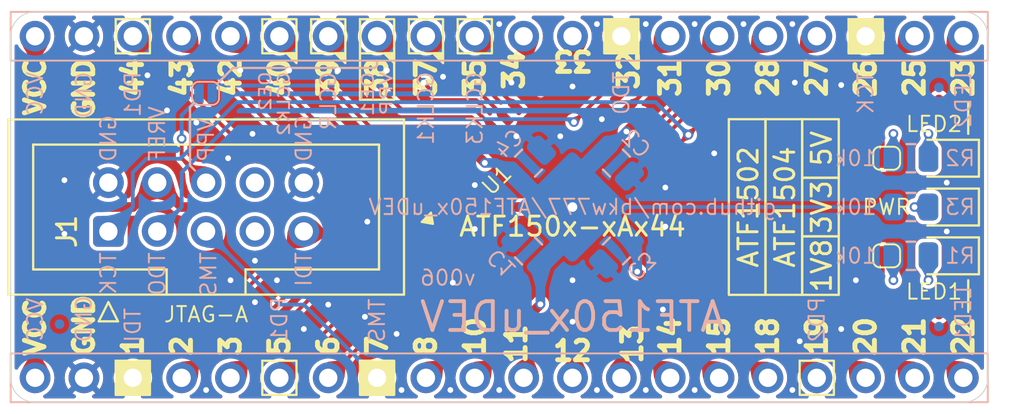
<source format=kicad_pcb>
(kicad_pcb (version 20240108) (generator "pcbnew") (generator_version "8.0")
  (title_block (title "ATF150x_uDEV") (date "2024-06-24") (rev "006") (company "Brian K. White") (comment 1 "CC-BY-SA") (comment 2 "github.com/bkw777/ATF150x_uDEV"))
  (layers (0 "F.Cu" signal) (31 "B.Cu" signal) (34 "B.Paste" user) (35 "F.Paste" user) (36 "B.SilkS" user "B.Silkscreen") (37 "F.SilkS" user "F.Silkscreen") (38 "B.Mask" user) (39 "F.Mask" user) (44 "Edge.Cuts" user))
  (net 0 "")
  (net 1 "GND")
  (net 2 "VCC")
  (net 3 "Net-(JP1-B)")
  (net 4 "Net-(JP2-B)")
  (net 5 "Net-(LED1-A)")
  (net 6 "Net-(LED2-A)")
  (net 7 "Net-(LED3-A)")
  (net 8 "/1{slash}TDI")
  (net 9 "/7{slash}TMS")
  (net 10 "/32{slash}TDO")
  (net 11 "/26{slash}TCK")
  (net 12 "/3")
  (net 13 "/13")
  (net 14 "/6")
  (net 15 "/12")
  (net 16 "/8")
  (net 17 "/15")
  (net 18 "/5{slash}PD1")
  (net 19 "/18")
  (net 20 "/14")
  (net 21 "/10")
  (net 22 "/19{slash}PD2")
  (net 23 "/20")
  (net 24 "/11")
  (net 25 "/2")
  (net 26 "/22{slash}LED1")
  (net 27 "/37{slash}GCLK1")
  (net 28 "/38{slash}OE1{slash}Vpp")
  (net 29 "/25")
  (net 30 "/23{slash}LED2")
  (net 31 "/44{slash}PD1")
  (net 32 "/39{slash}GCLR")
  (net 33 "/43")
  (net 34 "/28")
  (net 35 "/34")
  (net 36 "/33")
  (net 37 "/27")
  (net 38 "/31")
  (net 39 "/30")
  (net 40 "/35{slash}GCLK3")
  (net 41 "/40{slash}OE2{slash}GCLK2")
  (net 42 "/42")
  (net 43 "/21")
  (net 46 "Net-(J1-VPP)")
  (footprint "000_LOCAL:Fiducial_0.5_1.0" (layer "F.Cu") (at 163.83 94.73)
    (property "Reference" "REF**" (hide yes))
    (property "Value" "Fiducial_0.5_1.0" (hide yes))
  )
  (footprint "000_LOCAL:IDC-Header_2x05_P2.54mm_Vertical" (layer "F.Cu") (at 120.650003 101.599999 90)
    (property "Reference" "J1")
    (property "Value" "Altera JTAG-A+VPP")
  )
  (footprint "000_LOCAL:Fiducial_0.5_1.0" (layer "F.Cu") (at 122.555 106.045)
    (property "Reference" "REF**" (hide yes))
    (property "Value" "Fiducial_0.5_1.0" (hide yes))
  )
  (footprint "000_LOCAL:Fiducial_0.5_1.0" (layer "F.Cu") (at 163.83 105.93)
    (property "Reference" "REF**" (hide yes))
    (property "Value" "Fiducial_0.5_1.0" (hide yes))
  )
  (footprint "000_LOCAL:LED_0805" (layer "F.Cu") (at 164.225002 97.789999 180)
    (property "Reference" "LED2" (hide yes))
    (property "Value" "GRN" (hide yes))
  )
  (footprint "000_LOCAL:LED_0805" (layer "F.Cu") (at 164.225001 100.329999 180)
    (property "Reference" "LED3" (hide yes))
    (property "Value" "POWER" (hide yes))
  )
  (footprint "000_LOCAL:VQFP44" (layer "F.Cu") (at 144.780003 100.329999 45)
    (property "Reference" "U1")
    (property "Value" "ATF150x-xAx44")
  )
  (footprint "000_LOCAL:SolderJumper_1mm_2p_open" (layer "F.Cu") (at 161.112501 102.869999)
    (property "Reference" "JP1" (hide yes))
    (property "Value" "DNP")
  )
  (footprint "000_LOCAL:SolderJumper_1mm_2p_open" (layer "F.Cu") (at 161.112499 97.789999)
    (property "Reference" "JP2" (hide yes))
    (property "Value" "DNP")
  )
  (footprint "000_LOCAL:LED_0805" (layer "F.Cu") (at 164.225001 102.869999 180)
    (property "Reference" "LED1" (hide yes))
    (property "Value" "GRN" (hide yes))
  )
  (footprint "000_LOCAL:PinHeader_1x20_P2.54mm_Vertical" (layer "B.Cu") (at 116.840003 91.439999 -90)
    (property "Reference" "J3" (hide yes))
    (property "Value" "VERT")
  )
  (footprint "000_LOCAL:Fiducial_0.5_1.0" (layer "B.Cu") (at 163.83 106.553)
    (property "Reference" "REF**" (hide yes))
    (property "Value" "Fiducial_0.5_1.0" (hide yes))
  )
  (footprint "000_LOCAL:C_0805" (layer "B.Cu") (at 147.066003 98.043999 -45)
    (property "Reference" "C2")
    (property "Value" "1u" (hide yes))
  )
  (footprint "000_LOCAL:C_0805" (layer "B.Cu") (at 147.066003 102.615999 -135)
    (property "Reference" "C3")
    (property "Value" "1u" (hide yes))
  )
  (footprint "000_LOCAL:PinHeader_1x20_P2.54mm_Vertical" (layer "B.Cu") (at 116.840001 109.219999 -90)
    (property "Reference" "J2" (hide yes))
    (property "Value" "VERT")
  )
  (footprint "000_LOCAL:R_0805" (layer "B.Cu") (at 162.375 102.869999)
    (property "Reference" "R1")
    (property "Value" "10k")
  )
  (footprint "000_LOCAL:Fiducial_0.5_1.0" (layer "B.Cu") (at 118.11 106.426)
    (property "Reference" "REF**" (hide yes))
    (property "Value" "Fiducial_0.5_1.0" (hide yes))
  )
  (footprint "000_LOCAL:C_0805" (layer "B.Cu") (at 142.494002 98.043999 45)
    (property "Reference" "C4")
    (property "Value" "1u" (hide yes))
  )
  (footprint "000_LOCAL:Fiducial_0.5_1.0" (layer "B.Cu") (at 163.83 94.107)
    (property "Reference" "REF**" (hide yes))
    (property "Value" "Fiducial_0.5_1.0" (hide yes))
  )
  (footprint "000_LOCAL:R_0805" (layer "B.Cu") (at 162.374998 97.789999)
    (property "Reference" "R2")
    (property "Value" "10k")
  )
  (footprint "000_LOCAL:R_0805" (layer "B.Cu") (at 162.375 100.329999)
    (property "Reference" "R3")
    (property "Value" "10k")
  )
  (footprint "000_LOCAL:SolderJumper_1mm_2p_open" (layer "B.Cu") (at 125.7046 94.4118)
    (property "Reference" "JP3" (hide yes))
    (property "Value" "DNP" (hide yes))
  )
  (footprint "000_LOCAL:C_0805" (layer "B.Cu") (at 142.494003 102.615999 135)
    (property "Reference" "C1")
    (property "Value" "1u" (hide yes))
  )
  (gr_poly (pts (xy 144.769877 102.87) (xy 142.239999 100.329999) (xy 144.769878 97.79) (xy 147.319998 100.33)) (stroke (width 0.6)) (fill solid) (layer "B.Cu") (net 2))
  (gr_line (start 134.62 92.962401) (end 134.62 92.71) (stroke (width 0.12)) (layer "B.SilkS"))
  (gr_line (start 124.8934 98.171) (end 125.1474 98.425) (stroke (width 0.12)) (layer "B.SilkS"))
  (gr_line (start 126.302088 93.914313) (end 127.127 93.089401) (stroke (width 0.12)) (layer "B.SilkS"))
  (gr_line (start 125.107113 94.909287) (end 124.8934 95.123) (stroke (width 0.12)) (layer "B.SilkS"))
  (gr_line (start 124.8934 95.123) (end 124.8934 98.171) (stroke (width 0.12)) (layer "B.SilkS"))
  (gr_line (start 134.493 93.089401) (end 134.62 92.962401) (stroke (width 0.12)) (layer "B.SilkS"))
  (gr_line (start 127.127 93.089401) (end 134.493 93.089401) (stroke (width 0.12)) (layer "B.SilkS"))
  (gr_rect (start 138.811 90.551) (end 140.589 92.329) (stroke (width 0.12)) (fill none) (layer "F.SilkS"))
  (gr_rect (start 128.651 108.331) (end 130.429 110.109) (stroke (width 0.12)) (fill none) (layer "F.SilkS"))
  (gr_line (start 165.354 105.791) (end 165.354 104.14) (stroke (width 0.12)) (layer "F.SilkS"))
  (gr_rect (start 152.908 95.758) (end 154.813 104.902) (stroke (width 0.12)) (fill none) (layer "F.SilkS"))
  (gr_rect (start 146.431 90.551) (end 148.209 92.329) (stroke (width 0.12)) (fill solid) (layer "F.SilkS"))
  (gr_poly (pts (xy 137.541 92.329) (xy 138.049 92.837) (xy 138.049 92.329)) (stroke (width 0.12)) (fill solid) (layer "F.SilkS"))
  (gr_rect (start 159.131 90.551) (end 160.909 92.329) (stroke (width 0.12)) (fill solid) (layer "F.SilkS"))
  (gr_rect (start 133.731 108.331) (end 135.509 110.109) (stroke (width 0.12)) (fill solid) (layer "F.SilkS"))
  (gr_line (start 135.509 94.742) (end 135.509 92.837) (stroke (width 0.12)) (layer "F.SilkS"))
  (gr_rect (start 121.031 108.331) (end 122.809 110.109) (stroke (width 0.12)) (fill solid) (layer "F.SilkS"))
  (gr_rect (start 156.718 101.854) (end 158.623 104.902) (stroke (width 0.12)) (fill none) (layer "F.SilkS"))
  (gr_rect (start 154.813 95.758) (end 156.718 104.902) (stroke (width 0.12)) (fill none) (layer "F.SilkS"))
  (gr_line (start 165.354 94.869) (end 165.354 96.52) (stroke (width 0.12)) (layer "F.SilkS"))
  (gr_rect (start 121.031 90.551) (end 122.809 92.329) (stroke (width 0.12)) (fill none) (layer "F.SilkS"))
  (gr_rect (start 133.731 90.551) (end 135.509 92.329) (stroke (width 0.12)) (fill none) (layer "F.SilkS"))
  (gr_rect (start 156.718 95.758) (end 158.623 98.806) (stroke (width 0.12)) (fill none) (layer "F.SilkS"))
  (gr_poly (pts (xy 135.001 92.329) (xy 135.509 92.837) (xy 135.509 92.329)) (stroke (width 0.12)) (fill solid) (layer "F.SilkS"))
  (gr_poly (pts (xy 132.461 92.329) (xy 132.969 92.837) (xy 132.969 92.329)) (stroke (width 0.12)) (fill solid) (layer "F.SilkS"))
  (gr_line (start 133.731 92.329) (end 133.731 94.742) (stroke (width 0.12)) (layer "F.SilkS"))
  (gr_rect (start 156.591 108.331) (end 158.369 110.109) (stroke (width 0.12)) (fill none) (layer "F.SilkS"))
  (gr_poly (pts (xy 129.921 92.329) (xy 130.429 92.837) (xy 130.429 92.329)) (stroke (width 0.12)) (fill solid) (layer "F.SilkS"))
  (gr_rect (start 131.191 90.551) (end 132.969 92.329) (stroke (width 0.12)) (fill none) (layer "F.SilkS"))
  (gr_rect (start 128.651 90.551) (end 130.429 92.329) (stroke (width 0.12)) (fill none) (layer "F.SilkS"))
  (gr_rect (start 156.718 98.806) (end 158.623 101.854) (stroke (width 0.12)) (fill none) (layer "F.SilkS"))
  (gr_line (start 133.731 94.742) (end 135.509 94.742) (stroke (width 0.12)) (layer "F.SilkS"))
  (gr_rect (start 136.271 90.551) (end 138.049 92.329) (stroke (width 0.12)) (fill none) (layer "F.SilkS"))
  (gr_arc (start 166.370001 109.22) (mid 165.998026 110.118027) (end 165.099998 110.490001) (stroke (width 0.05)) (layer "Edge.Cuts"))
  (gr_line (start 115.569999 109.22) (end 115.569999 91.440001) (stroke (width 0.05)) (layer "Edge.Cuts"))
  (gr_line (start 116.84 90.169999) (end 165.099998 90.169999) (stroke (width 0.05)) (layer "Edge.Cuts"))
  (gr_arc (start 165.099998 90.169999) (mid 165.998024 90.541974) (end 166.369999 91.440001) (stroke (width 0.05)) (layer "Edge.Cuts"))
  (gr_line (start 166.369999 91.440001) (end 166.369999 109.22) (stroke (width 0.05)) (layer "Edge.Cuts"))
  (gr_arc (start 115.569999 91.439999) (mid 115.941973 90.541974) (end 116.839998 90.169999) (stroke (width 0.05)) (layer "Edge.Cuts"))
  (gr_line (start 165.099999 110.49) (end 116.839999 110.49) (stroke (width 0.05)) (layer "Edge.Cuts"))
  (gr_arc (start 116.84 110.490001) (mid 115.941972 110.118027) (end 115.569999 109.22) (stroke (width 0.05)) (layer "Edge.Cuts"))
  (gr_text "VCC" (at 116.840002 107.403278 90) (layer "B.SilkS") (effects (font (size 0.8 0.8) (thickness 0.1)) (justify right mirror)))
  (gr_text "GCLK3" (at 139.699999 93.218001 90) (layer "B.SilkS") (effects (font (size 0.8 0.8) (thickness 0.1)) (justify left mirror)))
  (gr_text "GCLR" (at 132.079999 93.218001 90) (layer "B.SilkS") (effects (font (size 0.8 0.8) (thickness 0.1)) (justify left mirror)))
  (gr_text "OE1\nVPP" (at 134.62 93.218 90) (layer "B.SilkS") (effects (font (size 0.6 0.8) (thickness 0.1)) (justify left mirror)))
  (gr_text "GND" (at 120.65 98.044 90) (layer "B.SilkS") (effects (font (size 0.8 0.8) (thickness 0.1)) (justify right mirror)))
  (gr_text "v${REVISION}" (at 138.303 104.013 0) (layer "B.SilkS") (effects (font (size 0.8 0.8) (thickness 0.1)) (justify mirror)))
  (gr_text "OE2\nGCLK2" (at 129.285999 93.218001 90) (layer "B.SilkS") (effects (font (size 0.6 0.7) (thickness 0.1)) (justify left mirror)))
  (gr_text "TMS" (at 125.856998 102.616 90) (layer "B.SilkS") (effects (font (size 0.8 0.8) (thickness 0.1)) (justify left mirror)))
  (gr_text "TDO" (at 123.19 102.615999 90) (layer "B.SilkS") (effects (font (size 0.8 0.8) (thickness 0.1)) (justify left mirror)))
  (gr_text "TMS" (at 134.62 107.442 90) (layer "B.SilkS") (effects (font (size 0.8 0.8) (thickness 0.1)) (justify right mirror)))
  (gr_text "VREF" (at 123.19 98.044 90) (layer "B.SilkS") (effects (font (size 0.8 0.8) (thickness 0.1)) (justify right mirror)))
  (gr_text "${COMMENT2}" (at 144.78 100.33 0) (layer "B.SilkS") (effects (font (size 0.8 0.8) (thickness 0.1)) (justify mirror)))
  (gr_text "TCK" (at 120.649998 102.616 90) (layer "B.SilkS") (effects (font (size 0.8 0.8) (thickness 0.1)) (justify left mirror)))
  (gr_text "PD2" (at 157.48 107.442 90) (layer "B.SilkS") (effects (font (size 0.8 0.8) (thickness 0.1)) (justify right mirror)))
  (gr_text "TDI" (at 130.809998 102.616 90) (layer "B.SilkS") (effects (font (size 0.8 0.8) (thickness 0.1)) (justify left mirror)))
  (gr_text "VCC" (at 116.839998 93.218001 90) (layer "B.SilkS") (effects (font (size 0.8 0.8) (thickness 0.1)) (justify left mirror)))
  (gr_text "TDI" (at 121.92 107.442 90) (layer "B.SilkS") (effects (font (size 0.8 0.8) (thickness 0.1)) (justify right mirror)))
  (gr_text "${TITLE}" (at 144.78 106.045 0) (layer "B.SilkS") (effects (font (size 1.5 1.5) (thickness 0.2)) (justify mirror)))
  (gr_text "GCLK1" (at 137.159999 93.218001 90) (layer "B.SilkS") (effects (font (size 0.8 0.8) (thickness 0.1)) (justify left mirror)))
  (gr_text "TDO" (at 147.319999 93.218001 90) (layer "B.SilkS") (effects (font (size 0.8 0.8) (thickness 0.1)) (justify left mirror)))
  (gr_text "GND" (at 119.379999 107.442 90) (layer "B.SilkS") (effects (font (size 0.8 0.8) (thickness 0.1)) (justify right mirror)))
  (gr_text "VPP" (at 125.73 98.044 90) (layer "B.SilkS") (effects (font (size 0.8 0.8) (thickness 0.1)) (justify right mirror)))
  (gr_text "LED1" (at 165.099999 107.442 90) (layer "B.SilkS") (effects (font (size 0.8 0.8) (thickness 0.1)) (justify right mirror)))
  (gr_text "GND" (at 130.81 98.044 90) (layer "B.SilkS") (effects (font (size 0.8 0.8) (thickness 0.1)) (justify right mirror)))
  (gr_text "LED2" (at 165.099999 93.218001 90) (layer "B.SilkS") (effects (font (size 0.8 0.8) (thickness 0.1)) (justify left mirror)))
  (gr_text "TCK" (at 160.019998 93.218 90) (layer "B.SilkS") (effects (font (size 0.8 0.8) (thickness 0.1)) (justify left mirror)))
  (gr_text "GND" (at 119.379999 93.217999 90) (layer "B.SilkS") (effects (font (size 0.8 0.8) (thickness 0.1)) (justify left mirror)))
  (gr_text "PD1" (at 121.919999 93.218001 90) (layer "B.SilkS") (effects (font (size 0.8 0.8) (thickness 0.1)) (justify left mirror)))
  (gr_text "PD1" (at 129.540002 107.442 90) (layer "B.SilkS") (effects (font (size 0.8 0.8) (thickness 0.1)) (justify right mirror)))
  (gr_text "GND" (at 119.38 108.204 90) (layer "F.SilkS") (effects (font (size 1.016 1.016) (thickness 0.254)) (justify left)))
  (gr_text "10" (at 139.700002 108.204 90) (layer "F.SilkS") (effects (font (size 1.016 1.016) (thickness 0.254)) (justify left)))
  (gr_text "1" (at 121.92 108.204001 90) (layer "F.SilkS") (effects (font (size 1.016 1.016) (thickness 0.254)) (justify left)))
  (gr_text "22" (at 165.1 108.204 90) (layer "F.SilkS") (effects (font (size 1.016 1.016) (thickness 0.254)) (justify left)))
  (gr_text "7" (at 134.62 108.204 90) (layer "F.SilkS") (effects (font (size 1.016 1.016) (thickness 0.254)) (justify left)))
  (gr_text "14" (at 149.86 108.204 90) (layer "F.SilkS") (effects (font (size 1.016 1.016) (thickness 0.254)) (justify left)))
  (gr_text "13" (at 147.886606 108.592577 90) (layer "F.SilkS") (effects (font (size 1.016 1.016) (thickness 0.254)) (justify left)))
  (gr_text "12" (at 144.780001 107.823 0) (layer "F.SilkS") (effects (font (size 1.016 1.016) (thickness 0.254))))
  (gr_text "2" (at 124.460002 108.204001 90) (layer "F.SilkS") (effects (font (size 1.016 1.016) (thickness 0.254)) (justify left)))
  (gr_text "5" (at 129.54 108.204 90) (layer "F.SilkS") (effects (font (size 1.016 1.016) (thickness 0.254)) (justify left)))
  (gr_text "8" (at 137.16 108.204001 90) (layer "F.SilkS") (effects (font (size 1.016 1.016) (thickness 0.254)) (justify left)))
  (gr_text "18" (at 154.94 108.204 90) (layer "F.SilkS") (effects (font (size 1.016 1.016) (thickness 0.254)) (justify left)))
  (gr_text "6" (at 132.080002 108.204001 90) (layer "F.SilkS") (effects (font (size 1.016 1.016) (thickness 0.254)) (justify left)))
  (gr_text "19" (at 157.48 108.204 90) (layer "F.SilkS") (effects (font (size 1.016 1.016) (thickness 0.254)) (justify left)))
  (gr_text "21" (at 162.560002 108.204 90) (layer "F.SilkS") (effects (font (size 1.016 1.016) (thickness 0.254)) (justify left)))
  (gr_text "20" (at 160.02 108.204 90) (layer "F.SilkS") (effects (font (size 1.016 1.016) (thickness 0.254)) (justify left)))
  (gr_text "VCC" (at 116.84 108.204 90) (layer "F.SilkS") (effects (font (size 1.016 1.016) (thickness 0.254)) (justify left)))
  (gr_text "11" (at 141.859 108.585 90) (layer "F.SilkS") (effects (font (size 1.016 1.016) (thickness 0.254)) (justify left)))
  (gr_text "15" (at 152.4 108.204 90) (layer "F.SilkS") (effects (font (size 1.016 1.016) (thickness 0.254)) (justify left)))
  (gr_text "43" (at 124.46 92.456 90) (layer "F.SilkS") (effects (font (size 1.016 1.016) (thickness 0.254)) (justify right)))
  (gr_text "31" (at 149.86 92.456 90) (layer "F.SilkS") (effects (font (size 1.016 1.016) (thickness 0.254)) (justify right)))
  (gr_text "33" (at 144.78 92.71 180) (layer "F.SilkS") (effects (font (size 1.016 1.016) (thickness 0.254))))
  (gr_text "28" (at 154.94 92.456 90) (layer "F.SilkS") (effects (font (size 1.016 1.016) (thickness 0.254)) (justify right)))
  (gr_text "26" (at 160.02 92.456 90) (layer "F.SilkS") (effects (font (size 1.016 1.016) (thickness 0.254)) (justify right)))
  (gr_text "VCC" (at 116.840001 92.454732 90) (layer "F.SilkS") (effects (font (size 1.016 1.016) (thickness 0.254)) (justify right)))
  (gr_text "GND" (at 119.38 92.456 90) (layer "F.SilkS") (effects (font (size 1.016 1.016) (thickness 0.254)) (justify right)))
  (gr_text "32" (at 147.701 92.075 90) (layer "F.SilkS") (effects (font (size 1.016 1.016) (thickness 0.254)) (justify right)))
  (gr_text "42" (at 127 92.456 90) (layer "F.SilkS") (effects (font (size 1.016 1.016) (thickness 0.254)) (justify right)))
  (gr_text "27" (at 157.48 92.456 90) (layer "F.SilkS") (effects (font (size 1.016 1.016) (thickness 0.254)) (justify right)))
  (gr_text "30" (at 152.400001 92.456 90) (layer "F.SilkS") (effects (font (size 1.016 1.016) (thickness 0.254)) (justify right)))
  (gr_text "34" (at 141.732 92.075 90) (layer "F.SilkS") (effects (font (size 1.016 1.016) (thickness 0.254)) (justify right)))
  (gr_text "25" (at 162.56 92.456 90) (layer "F.SilkS") (effects (font (size 1.016 1.016) (thickness 0.254)) (justify right)))
  (gr_text "23" (at 165.1 92.456 90) (layer "F.SilkS") (effects (font (size 1.016 1.016) (thickness 0.254)) (justify right)))
  (gr_text "38" (at 134.620001 92.456 90) (layer "F.SilkS") (effects (font (size 1.016 1.016) (thickness 0.254)) (justify right)))
  (gr_text "40" (at 129.540001 92.456 90) (layer "F.SilkS") (effects (font (size 1.016 1.016) (thickness 0.254)) (justify right)))
  (gr_text "37" (at 137.16 92.456 90) (layer "F.SilkS") (effects (font (size 1.016 1.016) (thickness 0.254)) (justify right)))
  (gr_text "39" (at 132.08 92.456 90) (layer "F.SilkS") (effects (font (size 1.016 1.016) (thickness 0.254)) (justify right)))
  (gr_text "3" (at 127 108.204001 90) (layer "F.SilkS") (effects (font (size 1.016 1.016) (thickness 0.254)) (justify left)))
  (gr_text "PWR" (at 162.433 100.33 0) (layer "F.SilkS") (effects (font (size 0.8 0.8) (thickness 0.1)) (justify right)))
  (gr_text "LED1" (at 163.576 104.267 0) (layer "F.SilkS") (effects (font (size 0.8 0.8) (thickness 0.1)) (justify top)))
  (gr_text "ATF1502" (at 153.924 100.33 90) (layer "F.SilkS") (effects (font (size 1 1))))
  (gr_text "JTAG-A" (at 125.73 105.918 0) (layer "F.SilkS") (effects (font (size 0.8 0.8) (thickness 0.1))))
  (gr_text "35" (at 139.7 92.456 90) (layer "F.SilkS") (effects (font (size 1.016 1.016) (thickness 0.254)) (justify right)))
  (gr_text "1V8" (at 157.734 103.378 90) (layer "F.SilkS") (effects (font (size 1 1))))
  (gr_text "3V3" (at 157.734 100.33 90) (layer "F.SilkS") (effects (font (size 1 1))))
  (gr_text "44" (at 121.92 92.456 90) (layer "F.SilkS") (effects (font (size 1.016 1.016) (thickness 0.254)) (justify right)))
  (gr_text "ATF1504" (at 155.829 100.33 90) (layer "F.SilkS") (effects (font (size 1 1))))
  (gr_text "5V" (at 157.734 97.282 90) (layer "F.SilkS") (effects (font (size 1 1))))
  (gr_text "LED2" (at 163.58 96.48 0) (layer "F.SilkS") (effects (font (size 0.8 0.8) (thickness 0.1)) (justify bottom)))
  (via (at 153.67 90.805) (size 0.5) (drill 0.3) (layers "F.Cu" "B.Cu") (net 1))
  (via (at 164.2364 99.06) (size 0.5) (drill 0.3) (layers "F.Cu" "B.Cu") (net 1))
  (via (at 132.588 93.218) (size 0.5) (drill 0.3) (layers "F.Cu" "B.Cu") (net 1))
  (via (at 128.27 105.283) (size 0.5) (drill 0.3) (layers "F.Cu" "B.Cu") (net 1))
  (via (at 134.112 101.092) (size 0.5) (drill 0.3) (layers "F.Cu" "B.Cu") (net 1))
  (via (at 139.7 99.187) (size 0.5) (drill 0.3) (layers "F.Cu" "B.Cu") (net 1))
  (via (at 123.698 95.3008) (size 0.5) (drill 0.3) (layers "F.Cu" "B.Cu") (net 1))
  (via (at 130.810001 106.679999) (size 0.5) (drill 0.3) (layers "F.Cu" "B.Cu") (net 1))
  (via (at 124.968 93.218) (size 0.5) (drill 0.3) (layers "F.Cu" "B.Cu") (net 1))
  (via (at 126.873 97.79) (size 0.5) (drill 0.3) (layers "F.Cu" "B.Cu") (net 1))
  (via (at 149.479 105.664) (size 0.5) (drill 0.3) (layers "F.Cu" "B.Cu") (net 1))
  (via (at 146.304 95.758) (size 0.5) (drill 0.3) (layers "F.Cu" "B.Cu") (net 1))
  (via (at 156.21 109.855) (size 0.5) (drill 0.3) (layers "F.Cu" "B.Cu") (net 1))
  (via (at 159.512 104.14) (size 0.5) (drill 0.3) (layers "F.Cu" "B.Cu") (net 1))
  (via (at 144.780001 94.056198) (size 0.5) (drill 0.3) (layers "F.Cu" "B.Cu") (net 1))
  (via (at 125.73 109.855) (size 0.5) (drill 0.3) (layers "F.Cu" "B.Cu") (net 1))
  (via (at 148.59 90.805) (size 0.5) (drill 0.3) (layers "F.Cu" "B.Cu") (net 1))
  (via (at 149.606 99.314) (size 0.5) (drill 0.3) (layers "F.Cu" "B.Cu") (net 1))
  (via (at 128.27 103.124) (size 0.5) (drill 0.3) (layers "F.Cu" "B.Cu") (net 1))
  (via (at 140.97 90.805) (size 0.5) (drill 0.3) (layers "F.Cu" "B.Cu") (net 1))
  (via (at 135.89 109.855) (size 0.5) (drill 0.3) (layers "F.Cu" "B.Cu") (net 1))
  (via (at 122.682 93.472) (size 0.5) (drill 0.3) (layers "F.Cu" "B.Cu") (net 1))
  (via (at 127.508 93.218) (size 0.5) (drill 0.3) (layers "F.Cu" "B.Cu") (net 1))
  (via (at 127 104.14) (size 0.5) (drill 0.3) (layers "F.Cu" "B.Cu") (net 1))
  (via (at 141.605 93.853) (size 0.5) (drill 0.3) (layers "F.Cu" "B.Cu") (net 1))
  (via (at 151.13 90.805) (size 0.5) (drill 0.3) (layers "F.Cu" "B.Cu") (net 1))
  (via (at 158.75 106.68) (size 0.5) (drill 0.3) (layers "F.Cu" "B.Cu") (net 1))
  (via (at 146.05 109.855) (size 0.5) (drill 0.3) (layers "F.Cu" "B.Cu") (net 1))
  (via (at 125.222 95.9358) (size 0.5) (drill 0.3) (layers "F.Cu" "B.Cu") (net 1))
  (via (at 152.146003 97.535999) (size 0.5) (drill 0.3) (layers "F.Cu" "B.Cu") (net 1))
  (via (at 118.364 101.727) (size 0.5) (drill 0.3) (layers "F.Cu" "B.Cu") (net 1))
  (via (at 140.97 109.855) (size 0.5) (drill 0.3) (layers "F.Cu" "B.Cu") (net 1))
  (via (at 118.364 98.933) (size 0.5) (drill 0.3) (layers "F.Cu" "B.Cu") (net 1))
  (via (at 144.78 106.299) (size 0.5) (drill 0.3) (layers "F.Cu" "B.Cu") (net 1))
  (via (at 139.7 101.473) (size 0.5) (drill 0.3) (layers "F.Cu" "B.Cu") (net 1))
  (via (at 151.13 109.855) (size 0.5) (drill 0.3) (layers "F.Cu" "B.Cu") (net 1))
  (via (at 156.337 93.853) (size 0.5) (drill 0.3) (layers "F.Cu" "B.Cu") (net 1))
  (via (at 133.985 106.045) (size 0.5) (drill 0.3) (layers "F.Cu" "B.Cu") (net 1))
  (via (at 141.859 96.647) (size 0.5) (drill 0.3) (layers "F.Cu" "B.Cu") (net 1))
  (via (at 135.128 93.218) (size 0.5) (drill 0.3) (layers "F.Cu" "B.Cu") (net 1))
  (via (at 130.048 93.218) (size 0.5) (drill 0.3) (layers "F.Cu" "B.Cu") (net 1))
  (via (at 156.591 107.315) (size 0.5) (drill 0.3) (layers "F.Cu" "B.Cu") (net 1))
  (via (at 156.21 90.805) (size 0.5) (drill 0.3) (layers "F.Cu" "B.Cu") (net 1))
  (via (at 138.43 109.855) (size 0.5) (drill 0.3) (layers "F.Cu" "B.Cu") (net 1))
  (via (at 132.080002 105.409999) (size 0.5) (drill 0.3) (layers "F.Cu" "B.Cu") (net 1))
  (via (at 164.2364 101.6) (size 0.5) (drill 0.3) (layers "F.Cu" "B.Cu") (net 1))
  (via (at 144.145 96.647) (size 0.5) (drill 0.3) (layers "F.Cu" "B.Cu") (net 1))
  (via (at 138.049 93.5482) (size 0.5) (drill 0.3) (layers "F.Cu" "B.Cu") (net 1))
  (via (at 144.78 104.14) (size 0.5) (drill 0.3) (layers "F.Cu" "B.Cu") (net 1))
  (via (at 149.606 101.346) (size 0.5) (drill 0.3) (layers "F.Cu" "B.Cu") (net 1))
  (via (at 146.05 90.805) (size 0.5) (drill 0.3) (layers "F.Cu" "B.Cu") (net 1))
  (via (at 135.636 106.934) (size 0.5) (drill 0.3) (layers "F.Cu" "B.Cu") (net 1))
  (via (at 128.143 96.52) (size 0.5) (drill 0.3) (layers "F.Cu" "B.Cu") (net 1))
  (via (at 138.557001 104.267) (size 0.5) (drill 0.3) (layers "F.Cu" "B.Cu") (net 1))
  (via (at 158.75 93.98) (size 0.5) (drill 0.3) (layers "F.Cu" "B.Cu") (net 1))
  (via (at 148.59 109.855) (size 0.5) (drill 0.3) (layers "F.Cu" "B.Cu") (net 1))
  (via (at 129.413 104.14) (size 0.5) (drill 0.3) (layers "F.Cu" "B.Cu") (net 1))
  (segment (start 121.920003 100.329999) (end 117.348003 100.329999) (width 0.5) (layer "F.Cu") (net 2))
  (segment (start 140.219631 98.03237) (end 139.582768 97.395506) (width 0.5) (layer "F.Cu") (net 2))
  (segment (start 124.460003 100.329999) (end 123.190003 99.059999) (width 0.5) (layer "F.Cu") (net 2))
  (segment (start 116.840003 99.821999) (end 116.840003 91.439999) (width 0.5) (layer "F.Cu") (net 2))
  (segment (start 147.579818 96.398814) (end 148.280179 95.69845) (width 0.5) (layer "F.Cu") (net 2))
  (segment (start 148.145502 103.695499) (end 148.845867 104.395863) (width 0.5) (layer "F.Cu") (net 2))
  (segment (start 144.780003 100.329999) (end 124.460003 100.329999) (width 0.5) (layer "F.Cu") (net 2))
  (segment (start 123.190003 99.059999) (end 121.920003 100.329999) (width 0.5) (layer "F.Cu") (net 2))
  (segment (start 143.111557 105.392555) (end 142.411192 106.092919) (width 0.5) (layer "F.Cu") (net 2))
  (segment (start 116.840001 109.219999) (end 116.840001 100.838001) (width 0.5) (layer "F.Cu") (net 2))
  (segment (start 116.840001 100.838001) (end 116.840001 99.822001) (width 0.5) (layer "F.Cu") (net 2))
  (segment (start 116.840001 100.838001) (end 117.348003 100.329999) (width 0.5) (layer "F.Cu") (net 2))
  (segment (start 117.348003 100.329999) (end 116.840003 99.821999) (width 0.5) (layer "F.Cu") (net 2))
  (segment (start 116.840001 99.822001) (end 116.840003 99.821999) (width 0.5) (layer "F.Cu") (net 2))
  (via (at 140.219631 98.03237) (size 0.5) (drill 0.3) (layers "F.Cu" "B.Cu") (net 2))
  (via (at 143.111557 105.392555) (size 0.5) (drill 0.3) (layers "F.Cu" "B.Cu") (net 2))
  (via (at 144.780003 100.329999) (size 1) (drill 0.5) (layers "F.Cu" "B.Cu") (net 2))
  (via (at 148.145502 103.695499) (size 0.5) (drill 0.3) (layers "F.Cu" "B.Cu") (net 2))
  (via (at 147.579818 96.398814) (size 0.5) (drill 0.3) (layers "F.Cu" "B.Cu") (net 2))
  (segment (start 141.822252 98.715749) (end 141.465749 98.715749) (width 0.5) (layer "B.Cu") (net 2))
  (segment (start 144.780003 100.329999) (end 144.780001 98.986496) (width 0.5) (layer "B.Cu") (net 2))
  (segment (start 143.111558 103.341945) (end 143.165754 103.28775) (width 0.5) (layer "B.Cu") (net 2))
  (segment (start 161.4625 100.329999) (end 144.780003 100.329999) (width 0.2) (layer "B.Cu") (net 2))
  (segment (start 144.780002 101.673501) (end 143.165754 103.28775) (width 1) (layer "B.Cu") (net 2))
  (segment (start 147.737754 102.287754) (end 148.145502 102.695502) (width 0.5) (layer "B.Cu") (net 2))
  (segment (start 146.123505 100.329999) (end 147.737754 101.944248) (width 1) (layer "B.Cu") (net 2))
  (segment (start 146.606382 97.372248) (end 147.579818 96.398814) (width 0.5) (layer "B.Cu") (net 2))
  (segment (start 148.145502 102.695502) (end 148.145502 103.695499) (width 0.5) (layer "B.Cu") (net 2))
  (segment (start 144.780003 100.329999) (end 146.123505 100.329999) (width 0.5) (layer "B.Cu") (net 2))
  (segment (start 144.780003 100.329999) (end 144.780002 101.673501) (width 0.5) (layer "B.Cu") (net 2))
  (segment (start 144.780003 100.329999) (end 143.436501 100.33) (width 0.5) (layer "B.Cu") (net 2))
  (segment (start 140.78237 98.03237) (end 140.219631 98.03237) (width 0.5) (layer "B.Cu") (net 2))
  (segment (start 146.39425 97.372248) (end 146.606382 97.372248) (width 0.5) (layer "B.Cu") (net 2))
  (segment (start 147.737754 101.944248) (end 147.737754 102.287754) (width 0.5) (layer "B.Cu") (net 2))
  (segment (start 143.436501 100.33) (end 141.822252 98.715749) (width 1) (layer "B.Cu") (net 2))
  (segment (start 141.465749 98.715749) (end 140.78237 98.03237) (width 0.5) (layer "B.Cu") (net 2))
  (segment (start 144.780001 98.986496) (end 146.39425 97.372248) (width 1) (layer "B.Cu") (net 2))
  (segment (start 143.111557 105.392555) (end 143.111558 103.341945) (width 0.5) (layer "B.Cu") (net 2))
  (segment (start 161.4625 104.14) (end 161.4625 102.869999) (width 0.2) (layer "F.Cu") (net 3))
  (via (at 161.4625 104.14) (size 0.5) (drill 0.3) (layers "F.Cu" "B.Cu") (net 3))
  (segment (start 161.4625 102.869999) (end 161.4625 104.14) (width 0.2) (layer "B.Cu") (net 3))
  (segment (start 161.462498 97.789999) (end 161.462498 96.52) (width 0.2) (layer "F.Cu") (net 4))
  (via (at 161.462498 96.52) (size 0.5) (drill 0.3) (layers "F.Cu" "B.Cu") (net 4))
  (segment (start 161.462498 97.789999) (end 161.462498 96.52) (width 0.2) (layer "B.Cu") (net 4))
  (segment (start 163.2875 102.869999) (end 163.2875 104.14) (width 0.2) (layer "F.Cu") (net 5))
  (via (at 163.2875 104.14) (size 0.5) (drill 0.3) (layers "F.Cu" "B.Cu") (net 5))
  (segment (start 163.2875 104.14) (end 163.2875 102.869999) (width 0.2) (layer "B.Cu") (net 5))
  (segment (start 163.287501 97.789999) (end 163.287501 96.52) (width 0.2) (layer "F.Cu") (net 6))
  (via (at 163.287501 96.52) (size 0.5) (drill 0.3) (layers "F.Cu" "B.Cu") (net 6))
  (segment (start 163.287498 97.789999) (end 163.287498 96.520003) (width 0.2) (layer "B.Cu") (net 6))
  (segment (start 163.287498 96.520003) (end 163.287501 96.52) (width 0.2) (layer "B.Cu") (net 6))
  (segment (start 162.56 100.329999) (end 163.2875 100.329999) (width 0.2) (layer "F.Cu") (net 7))
  (via (at 162.56 100.329999) (size 0.5) (drill 0.3) (layers "F.Cu" "B.Cu") (net 7))
  (segment (start 162.56 100.329999) (end 163.2875 100.329999) (width 0.2) (layer "B.Cu") (net 7))
  (segment (start 123.698002 107.441999) (end 121.920003 109.219999) (width 0.2) (layer "F.Cu") (net 8))
  (segment (start 130.810001 101.599998) (end 124.968001 107.442) (width 0.2) (layer "F.Cu") (net 8))
  (segment (start 124.968001 107.442) (end 123.698002 107.441999) (width 0.2) (layer "F.Cu") (net 8))
  (segment (start 130.937002 101.727) (end 130.810001 101.599998) (width 0.2) (layer "F.Cu") (net 8))
  (segment (start 137.885712 101.567436) (end 137.726149 101.726999) (width 0.2) (layer "F.Cu") (net 8))
  (segment (start 137.726149 101.726999) (end 130.937002 101.727) (width 0.2) (layer "F.Cu") (net 8))
  (segment (start 134.620003 109.219999) (end 137.033004 106.806999) (width 0.2) (layer "F.Cu") (net 9))
  (segment (start 134.620003 109.219999) (end 134.620003 109.219999) (width 0.2) (layer "F.Cu") (net 9))
  (segment (start 137.033004 106.806999) (end 139.434371 106.806999) (width 0.2) (layer "F.Cu") (net 9))
  (segment (start 139.434371 106.806999) (end 141.279824 104.961548) (width 0.2) (layer "F.Cu") (net 9))
  (segment (start 129.540003 105.409999) (end 130.810002 105.409999) (width 0.2) (layer "B.Cu") (net 9))
  (segment (start 125.730001 101.599999) (end 129.540003 105.409999) (width 0.2) (layer "B.Cu") (net 9))
  (segment (start 130.810002 105.409999) (end 134.620003 109.219999) (width 0.2) (layer "B.Cu") (net 9))
  (segment (start 144.856202 95.910399) (end 146.583123 94.183477) (width 0.2) (layer "F.Cu") (net 10))
  (segment (start 147.32 93.264515) (end 146.583122 94.001393) (width 0.2) (layer "F.Cu") (net 10))
  (segment (start 146.583123 94.183477) (end 146.583122 94.001393) (width 0.2) (layer "F.Cu") (net 10))
  (segment (start 147.32 93.264515) (end 147.320001 91.439998) (width 0.2) (layer "F.Cu") (net 10))
  (via (at 144.856202 95.910399) (size 0.5) (drill 0.3) (layers "F.Cu" "B.Cu") (net 10))
  (segment (start 144.856202 95.910399) (end 144.703802 95.757999) (width 0.2) (layer "B.Cu") (net 10))
  (segment (start 124.460003 100.329999) (end 123.190003 101.599999) (width 0.2) (layer "B.Cu") (net 10))
  (segment (start 124.460003 98.526597) (end 124.460003 100.329999) (width 0.2) (layer "B.Cu") (net 10))
  (segment (start 144.703802 95.757999) (end 127.228601 95.757999) (width 0.2) (layer "B.Cu") (net 10))
  (segment (start 127.228601 95.757999) (end 124.460003 98.526597) (width 0.2) (layer "B.Cu") (net 10))
  (segment (start 150.800874 96.57187) (end 152.681544 94.691199) (width 0.2) (layer "F.Cu") (net 11))
  (segment (start 150.800874 96.57187) (end 149.977238 97.395506) (width 0.2) (layer "F.Cu") (net 11))
  (segment (start 152.681544 94.691199) (end 156.768802 94.691199) (width 0.2) (layer "F.Cu") (net 11))
  (segment (start 156.768802 94.691199) (end 160.020002 91.44) (width 0.2) (layer "F.Cu") (net 11))
  (via (at 150.800874 96.57187) (size 0.5) (drill 0.3) (layers "F.Cu" "B.Cu") (net 11))
  (segment (start 149.098004 94.869) (end 127.3302 94.869) (width 0.2) (layer "B.Cu") (net 11))
  (segment (start 121.92 100.330002) (end 120.650003 101.599999) (width 0.2) (layer "B.Cu") (net 11))
  (segment (start 121.92 98.5266) (end 121.92 100.330002) (width 0.2) (layer "B.Cu") (net 11))
  (segment (start 122.6312 97.8154) (end 121.92 98.5266) (width 0.2) (layer "B.Cu") (net 11))
  (segment (start 150.800874 96.57187) (end 149.098004 94.869) (width 0.2) (layer "B.Cu") (net 11))
  (segment (start 124.3838 97.8154) (end 122.6312 97.8154) (width 0.2) (layer "B.Cu") (net 11))
  (segment (start 127.3302 94.869) (end 124.3838 97.8154) (width 0.2) (layer "B.Cu") (net 11))
  (segment (start 132.461002 103.758999) (end 127.000002 109.219999) (width 0.2) (layer "F.Cu") (net 12))
  (segment (start 139.017083 102.698807) (end 137.956888 103.759) (width 0.2) (layer "F.Cu") (net 12))
  (segment (start 137.956888 103.759) (end 132.461002 103.758999) (width 0.2) (layer "F.Cu") (net 12))
  (segment (start 147.32 109.219999) (end 147.320001 107.395482) (width 0.2) (layer "F.Cu") (net 13))
  (segment (start 147.320001 107.395482) (end 146.583124 106.658606) (width 0.2) (layer "F.Cu") (net 13))
  (segment (start 140.714139 104.395863) (end 139.192002 105.918) (width 0.2) (layer "F.Cu") (net 14))
  (segment (start 135.382003 105.917999) (end 132.080002 109.219999) (width 0.2) (layer "F.Cu") (net 14))
  (segment (start 139.192002 105.918) (end 135.382003 105.917999) (width 0.2) (layer "F.Cu") (net 14))
  (segment (start 144.780003 109.219999) (end 144.780003 108.461727) (width 0.2) (layer "F.Cu") (net 15))
  (segment (start 144.780003 108.461727) (end 146.01744 107.22429) (width 0.2) (layer "F.Cu") (net 15))
  (segment (start 139.752945 107.619799) (end 138.760201 107.619798) (width 0.2) (layer "F.Cu") (net 16))
  (segment (start 138.760201 107.619798) (end 137.16 109.219999) (width 0.2) (layer "F.Cu") (net 16))
  (segment (start 141.84551 105.527234) (end 139.752945 107.619799) (width 0.2) (layer "F.Cu") (net 16))
  (segment (start 148.994261 106.806999) (end 149.987001 106.807) (width 0.2) (layer "F.Cu") (net 17))
  (segment (start 147.714496 105.527234) (end 148.994261 106.806999) (width 0.2) (layer "F.Cu") (net 17))
  (segment (start 149.987001 106.807) (end 152.400001 109.219999) (width 0.2) (layer "F.Cu") (net 17))
  (segment (start 140.148451 103.830178) (end 138.94963 105.028999) (width 0.2) (layer "F.Cu") (net 18))
  (segment (start 138.94963 105.028999) (end 133.731002 105.028999) (width 0.2) (layer "F.Cu") (net 18))
  (segment (start 133.731002 105.028999) (end 129.540001 109.219999) (width 0.2) (layer "F.Cu") (net 18))
  (segment (start 154.801371 109.219999) (end 149.411552 103.830178) (width 0.2) (layer "F.Cu") (net 19))
  (segment (start 154.940002 109.219999) (end 154.801371 109.219999) (width 0.2) (layer "F.Cu") (net 19))
  (segment (start 149.860001 109.219999) (end 148.463001 107.822999) (width 0.2) (layer "F.Cu") (net 20))
  (segment (start 148.463001 107.407111) (end 147.148811 106.092919) (width 0.2) (layer "F.Cu") (net 20))
  (segment (start 148.463001 107.822999) (end 148.463001 107.407111) (width 0.2) (layer "F.Cu") (net 20))
  (segment (start 142.976881 106.658606) (end 142.794795 106.658605) (width 0.2) (layer "F.Cu") (net 21))
  (segment (start 141.757401 107.695998) (end 141.224002 107.695998) (width 0.2) (layer "F.Cu") (net 21))
  (segment (start 141.224002 107.695998) (end 139.700001 109.219999) (width 0.2) (layer "F.Cu") (net 21))
  (segment (start 142.794795 106.658605) (end 141.757401 107.695998) (width 0.2) (layer "F.Cu") (net 21))
  (segment (start 154.281745 107.568999) (end 149.977238 103.264492) (width 0.2) (layer "F.Cu") (net 22))
  (segment (start 155.829002 107.568998) (end 154.281745 107.568999) (width 0.2) (layer "F.Cu") (net 22))
  (segment (start 157.480003 109.219999) (end 155.829002 107.568998) (width 0.2) (layer "F.Cu") (net 22))
  (segment (start 154.524115 106.679998) (end 157.480003 106.679999) (width 0.2) (layer "F.Cu") (net 23))
  (segment (start 150.542922 102.698808) (end 154.524115 106.679998) (width 0.2) (layer "F.Cu") (net 23))
  (segment (start 157.480003 106.679999) (end 160.020002 109.219999) (width 0.2) (layer "F.Cu") (net 23))
  (segment (start 142.240002 108.526852) (end 143.542565 107.22429) (width 0.2) (layer "F.Cu") (net 24))
  (segment (start 142.240002 109.219999) (end 142.240002 108.526852) (width 0.2) (layer "F.Cu") (net 24))
  (segment (start 126.238002 107.441999) (end 127.381002 107.441999) (width 0.2) (layer "F.Cu") (net 25))
  (segment (start 127.381002 107.441999) (end 131.953 102.87) (width 0.2) (layer "F.Cu") (net 25))
  (segment (start 137.714517 102.869999) (end 138.451394 102.133121) (width 0.2) (layer "F.Cu") (net 25))
  (segment (start 124.460003 109.219999) (end 126.238002 107.441999) (width 0.2) (layer "F.Cu") (net 25))
  (segment (start 131.953 102.87) (end 137.714517 102.869999) (width 0.2) (layer "F.Cu") (net 25))
  (segment (start 152.976857 102.869999) (end 151.674294 101.567436) (width 0.2) (layer "F.Cu") (net 26))
  (segment (start 165.100002 109.219999) (end 160.909 105.028997) (width 0.2) (layer "F.Cu") (net 26))
  (segment (start 160.762502 102.869999) (end 152.976857 102.869999) (width 0.2) (layer "F.Cu") (net 26))
  (segment (start 160.909 105.028997) (end 160.909 103.016497) (width 0.2) (layer "F.Cu") (net 26))
  (segment (start 160.909 103.016497) (end 160.762502 102.869999) (width 0.2) (layer "F.Cu") (net 26))
  (segment (start 141.84551 95.132764) (end 140.184743 93.471999) (width 0.2) (layer "F.Cu") (net 27))
  (segment (start 139.192002 93.472) (end 137.160002 91.44) (width 0.2) (layer "F.Cu") (net 27))
  (segment (start 140.184743 93.471999) (end 139.192002 93.472) (width 0.2) (layer "F.Cu") (net 27))
  (segment (start 137.541 94.360999) (end 134.620001 91.44) (width 0.2) (layer "F.Cu") (net 28))
  (segment (start 134.620001 91.44) (end 134.620001 91.44) (width 0.2) (layer "F.Cu") (net 28))
  (segment (start 137.541 94.360999) (end 139.942373 94.360999) (width 0.2) (layer "F.Cu") (net 28))
  (segment (start 139.942373 94.360999) (end 141.279824 95.69845) (width 0.2) (layer "F.Cu") (net 28))
  (via (at 137.033001 93.852999) (size 0.5) (drill 0.3) (layers "F.Cu" "B.Cu") (net 28))
  (segment (start 136.8806 94.0054) (end 126.0546 94.0054) (width 0.2) (layer "B.Cu") (net 28))
  (segment (start 126.0546 94.0054) (end 126.0546 94.4118) (width 0.2) (layer "B.Cu") (net 28))
  (segment (start 137.033001 93.852999) (end 136.8806 94.0054) (width 0.2) (layer "B.Cu") (net 28))
  (segment (start 162.560003 91.439999) (end 158.470603 95.529399) (width 0.2) (layer "F.Cu") (net 29))
  (segment (start 152.974713 95.529399) (end 150.54292 97.961191) (width 0.2) (layer "F.Cu") (net 29))
  (segment (start 158.470603 95.529399) (end 152.974713 95.529399) (width 0.2) (layer "F.Cu") (net 29))
  (segment (start 160.762499 97.79) (end 152.976856 97.79) (width 0.2) (layer "F.Cu") (net 30))
  (segment (start 165.1 91.44) (end 160.909 95.631) (width 0.2) (layer "F.Cu") (net 30))
  (segment (start 160.909 95.631) (end 160.909 97.643499) (width 0.2) (layer "F.Cu") (net 30))
  (segment (start 152.976856 97.79) (end 151.674294 99.092562) (width 0.2) (layer "F.Cu") (net 30))
  (segment (start 160.909 97.643499) (end 160.762499 97.79) (width 0.2) (layer "F.Cu") (net 30))
  (segment (start 131.572003 97.535999) (end 132.969002 98.932999) (width 0.2) (layer "F.Cu") (net 31))
  (segment (start 128.016001 97.535999) (end 131.572003 97.535999) (width 0.2) (layer "F.Cu") (net 31))
  (segment (start 137.726147 98.932999) (end 137.885712 99.092562) (width 0.2) (layer "F.Cu") (net 31))
  (segment (start 132.969002 98.932999) (end 137.726147 98.932999) (width 0.2) (layer "F.Cu") (net 31))
  (segment (start 121.920001 91.44) (end 128.016001 97.535999) (width 0.2) (layer "F.Cu") (net 31))
  (segment (start 135.890003 95.249999) (end 132.080001 91.439999) (width 0.2) (layer "F.Cu") (net 32))
  (segment (start 140.714139 96.264135) (end 139.700003 95.249999) (width 0.2) (layer "F.Cu") (net 32))
  (segment (start 139.700003 95.249999) (end 135.890003 95.249999) (width 0.2) (layer "F.Cu") (net 32))
  (segment (start 133.159503 97.916999) (end 131.889501 96.647) (width 0.2) (layer "F.Cu") (net 33))
  (segment (start 131.889501 96.647) (end 129.667003 96.646998) (width 0.2) (layer "F.Cu") (net 33))
  (segment (start 129.667003 96.646998) (end 124.460003 91.439998) (width 0.2) (layer "F.Cu") (net 33))
  (segment (start 137.841518 97.916999) (end 133.159503 97.916999) (width 0.2) (layer "F.Cu") (net 33))
  (segment (start 138.451396 98.526878) (end 137.841518 97.916999) (width 0.2) (layer "F.Cu") (net 33))
  (segment (start 153.339801 93.040198) (end 152.069803 93.040199) (width 0.2) (layer "F.Cu") (net 34))
  (segment (start 154.940001 91.439999) (end 153.339801 93.040198) (width 0.2) (layer "F.Cu") (net 34))
  (segment (start 152.069803 93.040199) (end 148.845867 96.264135) (width 0.2) (layer "F.Cu") (net 34))
  (segment (start 143.542566 93.435708) (end 142.240002 92.133145) (width 0.2) (layer "F.Cu") (net 35))
  (segment (start 142.240002 92.133145) (end 142.24 91.44) (width 0.2) (layer "F.Cu") (net 35))
  (segment (start 144.780001 92.198269) (end 146.01744 93.435708) (width 0.2) (layer "F.Cu") (net 36))
  (segment (start 144.780001 91.44) (end 144.780001 92.198269) (width 0.2) (layer "F.Cu") (net 36))
  (segment (start 152.388372 93.852999) (end 149.411552 96.82982) (width 0.2) (layer "F.Cu") (net 37))
  (segment (start 157.480002 91.439999) (end 155.067001 93.853) (width 0.2) (layer "F.Cu") (net 37))
  (segment (start 155.067001 93.853) (end 152.388372 93.852999) (width 0.2) (layer "F.Cu") (net 37))
  (segment (start 148.336003 93.379887) (end 147.148811 94.567079) (width 0.2) (layer "F.Cu") (net 38))
  (segment (start 148.336003 92.963999) (end 148.336003 93.379887) (width 0.2) (layer "F.Cu") (net 38))
  (segment (start 149.860003 91.439999) (end 148.336003 92.963999) (width 0.2) (layer "F.Cu") (net 38))
  (segment (start 148.86726 93.979999) (end 147.714495 95.132764) (width 0.2) (layer "F.Cu") (net 39))
  (segment (start 152.400003 91.439999) (end 149.860002 93.979999) (width 0.2) (layer "F.Cu") (net 39))
  (segment (start 149.860002 93.979999) (end 148.86726 93.979999) (width 0.2) (layer "F.Cu") (net 39))
  (segment (start 139.700003 91.439999) (end 141.224002 92.963999) (width 0.2) (layer "F.Cu") (net 40))
  (segment (start 141.757402 92.963999) (end 142.794796 94.001393) (width 0.2) (layer "F.Cu") (net 40))
  (segment (start 141.224002 92.963999) (end 141.757402 92.963999) (width 0.2) (layer "F.Cu") (net 40))
  (segment (start 142.794796 94.001393) (end 142.976881 94.001393) (width 0.2) (layer "F.Cu") (net 40))
  (segment (start 134.239002 96.138998) (end 129.540003 91.439999) (width 0.2) (layer "F.Cu") (net 41))
  (segment (start 140.148453 96.829821) (end 139.457631 96.138998) (width 0.2) (layer "F.Cu") (net 41))
  (segment (start 139.457631 96.138998) (end 134.239002 96.138998) (width 0.2) (layer "F.Cu") (net 41))
  (segment (start 127.000003 91.439999) (end 131.318003 95.757999) (width 0.2) (layer "F.Cu") (net 42))
  (segment (start 132.207002 95.757999) (end 133.477002 97.027999) (width 0.2) (layer "F.Cu") (net 42))
  (segment (start 131.318003 95.757999) (end 132.207002 95.757999) (width 0.2) (layer "F.Cu") (net 42))
  (segment (start 138.083889 97.027999) (end 139.017083 97.961191) (width 0.2) (layer "F.Cu") (net 42))
  (segment (start 133.477002 97.027999) (end 138.083889 97.027999) (width 0.2) (layer "F.Cu") (net 42))
  (segment (start 162.560001 109.219999) (end 159.131001 105.790999) (width 0.2) (layer "F.Cu") (net 43))
  (segment (start 159.131001 105.790999) (end 154.766487 105.790998) (width 0.2) (layer "F.Cu") (net 43))
  (segment (start 154.766487 105.790998) (end 151.108609 102.133121) (width 0.2) (layer "F.Cu") (net 43))
  (segment (start 124.46 97.789996) (end 125.730003 99.059999) (width 0.2) (layer "F.Cu") (net 46))
  (segment (start 124.46 96.774) (end 124.46 97.789996) (width 0.2) (layer "F.Cu") (net 46))
  (via (at 124.46 96.774) (size 0.5) (drill 0.3) (layers "F.Cu" "B.Cu") (net 46))
  (segment (start 125.3546 94.6602) (end 125.3546 94.4118) (width 0.2) (layer "B.Cu") (net 46))
  (segment (start 125.3546 94.4118) (end 125.38 94.4118) (width 0.2) (layer "B.Cu") (net 46))
  (segment (start 124.46 95.5548) (end 125.3546 94.6602) (width 0.2) (layer "B.Cu") (net 46))
  (segment (start 124.46 96.774) (end 124.46 95.5548) (width 0.2) (layer "B.Cu") (net 46))
  (zone (net 1) (net_name "GND") (layers "F&B.Cu") (connect_pads (clearance 0.2)) (min_thickness 0.2) (fill yes (thermal_gap 0.2) (thermal_bridge_width 0.3) (smoothing fillet) (radius 0.1))
    (polygon (pts (xy 115.57 90.17) (xy 166.369998 90.17) (xy 166.369999 110.49) (xy 115.569999 110.49)))
  )
)
</source>
